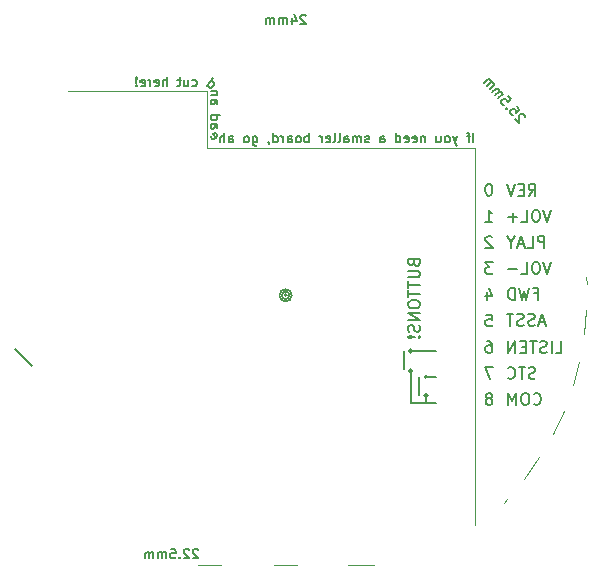
<source format=gbo>
%TF.GenerationSoftware,KiCad,Pcbnew,8.0.9-8.0.9-0~ubuntu20.04.1*%
%TF.CreationDate,2025-05-20T18:40:30+02:00*%
%TF.ProjectId,tobo,746f626f-2e6b-4696-9361-645f70636258,rev?*%
%TF.SameCoordinates,Original*%
%TF.FileFunction,Legend,Bot*%
%TF.FilePolarity,Positive*%
%FSLAX46Y46*%
G04 Gerber Fmt 4.6, Leading zero omitted, Abs format (unit mm)*
G04 Created by KiCad (PCBNEW 8.0.9-8.0.9-0~ubuntu20.04.1) date 2025-05-20 18:40:30*
%MOMM*%
%LPD*%
G01*
G04 APERTURE LIST*
%ADD10C,0.212158*%
%ADD11C,0.150000*%
%ADD12C,0.100000*%
%ADD13C,0.212522*%
%ADD14C,0.202158*%
%ADD15C,0.200000*%
%ADD16C,0.180000*%
G04 APERTURE END LIST*
D10*
X151988921Y-98500000D02*
G75*
G02*
X151776763Y-98500000I-106079J0D01*
G01*
X151776763Y-98500000D02*
G75*
G02*
X151988921Y-98500000I106079J0D01*
G01*
D11*
X151300000Y-98450000D02*
X151300000Y-96900000D01*
D12*
X165480000Y-89000000D02*
X165460000Y-88460000D01*
X133370000Y-77488125D02*
X156002500Y-77500000D01*
X133370000Y-77488125D02*
X133370000Y-72711874D01*
X132600000Y-112800000D02*
X134570000Y-112800000D01*
D11*
X140322490Y-90000000D02*
G75*
G02*
X139677510Y-90000000I-322490J0D01*
G01*
X139677510Y-90000000D02*
G75*
G02*
X140322490Y-90000000I322490J0D01*
G01*
D12*
X138979106Y-112799718D02*
X140930000Y-112800283D01*
D11*
X117110000Y-94570000D02*
X118540000Y-96000000D01*
D12*
X160210000Y-105545000D02*
X161490000Y-103715000D01*
X165280000Y-93310000D02*
X165460000Y-91280000D01*
X156000000Y-109480000D02*
X156002500Y-77500000D01*
X145290000Y-112800000D02*
X147450000Y-112800000D01*
D13*
X150689103Y-94700000D02*
G75*
G02*
X150476581Y-94700000I-106261J0D01*
G01*
X150476581Y-94700000D02*
G75*
G02*
X150689103Y-94700000I106261J0D01*
G01*
D11*
X140094868Y-90000000D02*
G75*
G02*
X139905132Y-90000000I-94868J0D01*
G01*
X139905132Y-90000000D02*
G75*
G02*
X140094868Y-90000000I94868J0D01*
G01*
D12*
X164340000Y-97590000D02*
X164860000Y-95630000D01*
D11*
X140519711Y-90000000D02*
G75*
G02*
X139480289Y-90000000I-519711J0D01*
G01*
X139480289Y-90000000D02*
G75*
G02*
X140519711Y-90000000I519711J0D01*
G01*
X152700000Y-94700000D02*
X150600000Y-94700000D01*
X150000000Y-96275000D02*
X150000000Y-94725000D01*
X152700000Y-99100000D02*
X150600000Y-99100000D01*
D12*
X162640000Y-101740000D02*
X163550000Y-99770000D01*
X158480000Y-107570000D02*
X158770000Y-107260000D01*
X121544999Y-72710000D02*
X133370000Y-72711874D01*
D11*
X150600000Y-99100000D02*
X150600000Y-96400000D01*
D13*
X150689103Y-96400000D02*
G75*
G02*
X150476581Y-96400000I-106261J0D01*
G01*
X150476581Y-96400000D02*
G75*
G02*
X150689103Y-96400000I106261J0D01*
G01*
D14*
X151983921Y-96900000D02*
G75*
G02*
X151781763Y-96900000I-101079J0D01*
G01*
X151781763Y-96900000D02*
G75*
G02*
X151983921Y-96900000I101079J0D01*
G01*
D11*
X151900000Y-99100000D02*
X151900000Y-98500000D01*
X152700000Y-96900000D02*
X151900000Y-96900000D01*
D15*
X157493482Y-85091027D02*
X157445863Y-85043408D01*
X157445863Y-85043408D02*
X157350625Y-84995789D01*
X157350625Y-84995789D02*
X157112530Y-84995789D01*
X157112530Y-84995789D02*
X157017292Y-85043408D01*
X157017292Y-85043408D02*
X156969673Y-85091027D01*
X156969673Y-85091027D02*
X156922054Y-85186265D01*
X156922054Y-85186265D02*
X156922054Y-85281503D01*
X156922054Y-85281503D02*
X156969673Y-85424360D01*
X156969673Y-85424360D02*
X157541101Y-85995789D01*
X157541101Y-85995789D02*
X156922054Y-85995789D01*
X160583959Y-81567219D02*
X160917292Y-81091028D01*
X161155387Y-81567219D02*
X161155387Y-80567219D01*
X161155387Y-80567219D02*
X160774435Y-80567219D01*
X160774435Y-80567219D02*
X160679197Y-80614838D01*
X160679197Y-80614838D02*
X160631578Y-80662457D01*
X160631578Y-80662457D02*
X160583959Y-80757695D01*
X160583959Y-80757695D02*
X160583959Y-80900552D01*
X160583959Y-80900552D02*
X160631578Y-80995790D01*
X160631578Y-80995790D02*
X160679197Y-81043409D01*
X160679197Y-81043409D02*
X160774435Y-81091028D01*
X160774435Y-81091028D02*
X161155387Y-81091028D01*
X160155387Y-81043409D02*
X159822054Y-81043409D01*
X159679197Y-81567219D02*
X160155387Y-81567219D01*
X160155387Y-81567219D02*
X160155387Y-80567219D01*
X160155387Y-80567219D02*
X159679197Y-80567219D01*
X159393482Y-80567219D02*
X159060149Y-81567219D01*
X159060149Y-81567219D02*
X158726816Y-80567219D01*
X161155387Y-97019600D02*
X161012530Y-97067219D01*
X161012530Y-97067219D02*
X160774435Y-97067219D01*
X160774435Y-97067219D02*
X160679197Y-97019600D01*
X160679197Y-97019600D02*
X160631578Y-96971980D01*
X160631578Y-96971980D02*
X160583959Y-96876742D01*
X160583959Y-96876742D02*
X160583959Y-96781504D01*
X160583959Y-96781504D02*
X160631578Y-96686266D01*
X160631578Y-96686266D02*
X160679197Y-96638647D01*
X160679197Y-96638647D02*
X160774435Y-96591028D01*
X160774435Y-96591028D02*
X160964911Y-96543409D01*
X160964911Y-96543409D02*
X161060149Y-96495790D01*
X161060149Y-96495790D02*
X161107768Y-96448171D01*
X161107768Y-96448171D02*
X161155387Y-96352933D01*
X161155387Y-96352933D02*
X161155387Y-96257695D01*
X161155387Y-96257695D02*
X161107768Y-96162457D01*
X161107768Y-96162457D02*
X161060149Y-96114838D01*
X161060149Y-96114838D02*
X160964911Y-96067219D01*
X160964911Y-96067219D02*
X160726816Y-96067219D01*
X160726816Y-96067219D02*
X160583959Y-96114838D01*
X160298244Y-96067219D02*
X159726816Y-96067219D01*
X160012530Y-97067219D02*
X160012530Y-96067219D01*
X158822054Y-96971980D02*
X158869673Y-97019600D01*
X158869673Y-97019600D02*
X159012530Y-97067219D01*
X159012530Y-97067219D02*
X159107768Y-97067219D01*
X159107768Y-97067219D02*
X159250625Y-97019600D01*
X159250625Y-97019600D02*
X159345863Y-96924361D01*
X159345863Y-96924361D02*
X159393482Y-96829123D01*
X159393482Y-96829123D02*
X159441101Y-96638647D01*
X159441101Y-96638647D02*
X159441101Y-96495790D01*
X159441101Y-96495790D02*
X159393482Y-96305314D01*
X159393482Y-96305314D02*
X159345863Y-96210076D01*
X159345863Y-96210076D02*
X159250625Y-96114838D01*
X159250625Y-96114838D02*
X159107768Y-96067219D01*
X159107768Y-96067219D02*
X159012530Y-96067219D01*
X159012530Y-96067219D02*
X158869673Y-96114838D01*
X158869673Y-96114838D02*
X158822054Y-96162457D01*
X157327563Y-98703357D02*
X157422801Y-98655738D01*
X157422801Y-98655738D02*
X157470420Y-98608119D01*
X157470420Y-98608119D02*
X157518039Y-98512881D01*
X157518039Y-98512881D02*
X157518039Y-98465262D01*
X157518039Y-98465262D02*
X157470420Y-98370024D01*
X157470420Y-98370024D02*
X157422801Y-98322405D01*
X157422801Y-98322405D02*
X157327563Y-98274786D01*
X157327563Y-98274786D02*
X157137087Y-98274786D01*
X157137087Y-98274786D02*
X157041849Y-98322405D01*
X157041849Y-98322405D02*
X156994230Y-98370024D01*
X156994230Y-98370024D02*
X156946611Y-98465262D01*
X156946611Y-98465262D02*
X156946611Y-98512881D01*
X156946611Y-98512881D02*
X156994230Y-98608119D01*
X156994230Y-98608119D02*
X157041849Y-98655738D01*
X157041849Y-98655738D02*
X157137087Y-98703357D01*
X157137087Y-98703357D02*
X157327563Y-98703357D01*
X157327563Y-98703357D02*
X157422801Y-98750976D01*
X157422801Y-98750976D02*
X157470420Y-98798595D01*
X157470420Y-98798595D02*
X157518039Y-98893833D01*
X157518039Y-98893833D02*
X157518039Y-99084309D01*
X157518039Y-99084309D02*
X157470420Y-99179547D01*
X157470420Y-99179547D02*
X157422801Y-99227167D01*
X157422801Y-99227167D02*
X157327563Y-99274786D01*
X157327563Y-99274786D02*
X157137087Y-99274786D01*
X157137087Y-99274786D02*
X157041849Y-99227167D01*
X157041849Y-99227167D02*
X156994230Y-99179547D01*
X156994230Y-99179547D02*
X156946611Y-99084309D01*
X156946611Y-99084309D02*
X156946611Y-98893833D01*
X156946611Y-98893833D02*
X156994230Y-98798595D01*
X156994230Y-98798595D02*
X157041849Y-98750976D01*
X157041849Y-98750976D02*
X157137087Y-98703357D01*
X157255387Y-80567219D02*
X157160149Y-80567219D01*
X157160149Y-80567219D02*
X157064911Y-80614838D01*
X157064911Y-80614838D02*
X157017292Y-80662457D01*
X157017292Y-80662457D02*
X156969673Y-80757695D01*
X156969673Y-80757695D02*
X156922054Y-80948171D01*
X156922054Y-80948171D02*
X156922054Y-81186266D01*
X156922054Y-81186266D02*
X156969673Y-81376742D01*
X156969673Y-81376742D02*
X157017292Y-81471980D01*
X157017292Y-81471980D02*
X157064911Y-81519600D01*
X157064911Y-81519600D02*
X157160149Y-81567219D01*
X157160149Y-81567219D02*
X157255387Y-81567219D01*
X157255387Y-81567219D02*
X157350625Y-81519600D01*
X157350625Y-81519600D02*
X157398244Y-81471980D01*
X157398244Y-81471980D02*
X157445863Y-81376742D01*
X157445863Y-81376742D02*
X157493482Y-81186266D01*
X157493482Y-81186266D02*
X157493482Y-80948171D01*
X157493482Y-80948171D02*
X157445863Y-80757695D01*
X157445863Y-80757695D02*
X157398244Y-80662457D01*
X157398244Y-80662457D02*
X157350625Y-80614838D01*
X157350625Y-80614838D02*
X157255387Y-80567219D01*
X156969673Y-91638644D02*
X157445863Y-91638644D01*
X157445863Y-91638644D02*
X157493482Y-92114834D01*
X157493482Y-92114834D02*
X157445863Y-92067215D01*
X157445863Y-92067215D02*
X157350625Y-92019596D01*
X157350625Y-92019596D02*
X157112530Y-92019596D01*
X157112530Y-92019596D02*
X157017292Y-92067215D01*
X157017292Y-92067215D02*
X156969673Y-92114834D01*
X156969673Y-92114834D02*
X156922054Y-92210072D01*
X156922054Y-92210072D02*
X156922054Y-92448167D01*
X156922054Y-92448167D02*
X156969673Y-92543405D01*
X156969673Y-92543405D02*
X157017292Y-92591025D01*
X157017292Y-92591025D02*
X157112530Y-92638644D01*
X157112530Y-92638644D02*
X157350625Y-92638644D01*
X157350625Y-92638644D02*
X157445863Y-92591025D01*
X157445863Y-92591025D02*
X157493482Y-92543405D01*
X161964911Y-92281504D02*
X161488721Y-92281504D01*
X162060149Y-92567219D02*
X161726816Y-91567219D01*
X161726816Y-91567219D02*
X161393483Y-92567219D01*
X161107768Y-92519600D02*
X160964911Y-92567219D01*
X160964911Y-92567219D02*
X160726816Y-92567219D01*
X160726816Y-92567219D02*
X160631578Y-92519600D01*
X160631578Y-92519600D02*
X160583959Y-92471980D01*
X160583959Y-92471980D02*
X160536340Y-92376742D01*
X160536340Y-92376742D02*
X160536340Y-92281504D01*
X160536340Y-92281504D02*
X160583959Y-92186266D01*
X160583959Y-92186266D02*
X160631578Y-92138647D01*
X160631578Y-92138647D02*
X160726816Y-92091028D01*
X160726816Y-92091028D02*
X160917292Y-92043409D01*
X160917292Y-92043409D02*
X161012530Y-91995790D01*
X161012530Y-91995790D02*
X161060149Y-91948171D01*
X161060149Y-91948171D02*
X161107768Y-91852933D01*
X161107768Y-91852933D02*
X161107768Y-91757695D01*
X161107768Y-91757695D02*
X161060149Y-91662457D01*
X161060149Y-91662457D02*
X161012530Y-91614838D01*
X161012530Y-91614838D02*
X160917292Y-91567219D01*
X160917292Y-91567219D02*
X160679197Y-91567219D01*
X160679197Y-91567219D02*
X160536340Y-91614838D01*
X160155387Y-92519600D02*
X160012530Y-92567219D01*
X160012530Y-92567219D02*
X159774435Y-92567219D01*
X159774435Y-92567219D02*
X159679197Y-92519600D01*
X159679197Y-92519600D02*
X159631578Y-92471980D01*
X159631578Y-92471980D02*
X159583959Y-92376742D01*
X159583959Y-92376742D02*
X159583959Y-92281504D01*
X159583959Y-92281504D02*
X159631578Y-92186266D01*
X159631578Y-92186266D02*
X159679197Y-92138647D01*
X159679197Y-92138647D02*
X159774435Y-92091028D01*
X159774435Y-92091028D02*
X159964911Y-92043409D01*
X159964911Y-92043409D02*
X160060149Y-91995790D01*
X160060149Y-91995790D02*
X160107768Y-91948171D01*
X160107768Y-91948171D02*
X160155387Y-91852933D01*
X160155387Y-91852933D02*
X160155387Y-91757695D01*
X160155387Y-91757695D02*
X160107768Y-91662457D01*
X160107768Y-91662457D02*
X160060149Y-91614838D01*
X160060149Y-91614838D02*
X159964911Y-91567219D01*
X159964911Y-91567219D02*
X159726816Y-91567219D01*
X159726816Y-91567219D02*
X159583959Y-91614838D01*
X159298244Y-91567219D02*
X158726816Y-91567219D01*
X159012530Y-92567219D02*
X159012530Y-91567219D01*
X162869673Y-94867219D02*
X163345863Y-94867219D01*
X163345863Y-94867219D02*
X163345863Y-93867219D01*
X162536339Y-94867219D02*
X162536339Y-93867219D01*
X162107768Y-94819600D02*
X161964911Y-94867219D01*
X161964911Y-94867219D02*
X161726816Y-94867219D01*
X161726816Y-94867219D02*
X161631578Y-94819600D01*
X161631578Y-94819600D02*
X161583959Y-94771980D01*
X161583959Y-94771980D02*
X161536340Y-94676742D01*
X161536340Y-94676742D02*
X161536340Y-94581504D01*
X161536340Y-94581504D02*
X161583959Y-94486266D01*
X161583959Y-94486266D02*
X161631578Y-94438647D01*
X161631578Y-94438647D02*
X161726816Y-94391028D01*
X161726816Y-94391028D02*
X161917292Y-94343409D01*
X161917292Y-94343409D02*
X162012530Y-94295790D01*
X162012530Y-94295790D02*
X162060149Y-94248171D01*
X162060149Y-94248171D02*
X162107768Y-94152933D01*
X162107768Y-94152933D02*
X162107768Y-94057695D01*
X162107768Y-94057695D02*
X162060149Y-93962457D01*
X162060149Y-93962457D02*
X162012530Y-93914838D01*
X162012530Y-93914838D02*
X161917292Y-93867219D01*
X161917292Y-93867219D02*
X161679197Y-93867219D01*
X161679197Y-93867219D02*
X161536340Y-93914838D01*
X161250625Y-93867219D02*
X160679197Y-93867219D01*
X160964911Y-94867219D02*
X160964911Y-93867219D01*
X160345863Y-94343409D02*
X160012530Y-94343409D01*
X159869673Y-94867219D02*
X160345863Y-94867219D01*
X160345863Y-94867219D02*
X160345863Y-93867219D01*
X160345863Y-93867219D02*
X159869673Y-93867219D01*
X159441101Y-94867219D02*
X159441101Y-93867219D01*
X159441101Y-93867219D02*
X158869673Y-94867219D01*
X158869673Y-94867219D02*
X158869673Y-93867219D01*
D11*
X160254063Y-74934471D02*
X160258758Y-74880801D01*
X160258758Y-74880801D02*
X160238967Y-74797949D01*
X160238967Y-74797949D02*
X160116531Y-74652036D01*
X160116531Y-74652036D02*
X160038374Y-74618157D01*
X160038374Y-74618157D02*
X159984704Y-74613462D01*
X159984704Y-74613462D02*
X159901852Y-74633254D01*
X159901852Y-74633254D02*
X159843487Y-74682228D01*
X159843487Y-74682228D02*
X159780426Y-74784872D01*
X159780426Y-74784872D02*
X159724080Y-75428910D01*
X159724080Y-75428910D02*
X159405747Y-75049535D01*
X159553326Y-73980835D02*
X159798198Y-74272661D01*
X159798198Y-74272661D02*
X159530859Y-74546715D01*
X159530859Y-74546715D02*
X159535554Y-74493045D01*
X159535554Y-74493045D02*
X159515762Y-74410193D01*
X159515762Y-74410193D02*
X159393327Y-74264280D01*
X159393327Y-74264280D02*
X159315170Y-74230402D01*
X159315170Y-74230402D02*
X159261500Y-74225706D01*
X159261500Y-74225706D02*
X159178648Y-74245498D01*
X159178648Y-74245498D02*
X159032734Y-74367933D01*
X159032734Y-74367933D02*
X158998856Y-74446090D01*
X158998856Y-74446090D02*
X158994161Y-74499760D01*
X158994161Y-74499760D02*
X159013952Y-74582613D01*
X159013952Y-74582613D02*
X159136388Y-74728526D01*
X159136388Y-74728526D02*
X159214545Y-74762404D01*
X159214545Y-74762404D02*
X159268215Y-74767099D01*
X158753985Y-74154264D02*
X158700315Y-74149568D01*
X158700315Y-74149568D02*
X158695619Y-74203238D01*
X158695619Y-74203238D02*
X158749289Y-74207934D01*
X158749289Y-74207934D02*
X158753985Y-74154264D01*
X158753985Y-74154264D02*
X158695619Y-74203238D01*
X158818712Y-73105355D02*
X159063584Y-73397182D01*
X159063584Y-73397182D02*
X158796244Y-73671236D01*
X158796244Y-73671236D02*
X158800940Y-73617566D01*
X158800940Y-73617566D02*
X158781148Y-73534714D01*
X158781148Y-73534714D02*
X158658712Y-73388800D01*
X158658712Y-73388800D02*
X158580555Y-73354922D01*
X158580555Y-73354922D02*
X158526886Y-73350227D01*
X158526886Y-73350227D02*
X158444033Y-73370018D01*
X158444033Y-73370018D02*
X158298120Y-73492454D01*
X158298120Y-73492454D02*
X158264242Y-73570611D01*
X158264242Y-73570611D02*
X158259546Y-73624281D01*
X158259546Y-73624281D02*
X158279338Y-73707133D01*
X158279338Y-73707133D02*
X158401774Y-73853047D01*
X158401774Y-73853047D02*
X158479931Y-73886925D01*
X158479931Y-73886925D02*
X158533600Y-73891620D01*
X157961005Y-73327759D02*
X158369562Y-72984939D01*
X158311197Y-73033913D02*
X158315892Y-72980243D01*
X158315892Y-72980243D02*
X158296101Y-72897391D01*
X158296101Y-72897391D02*
X158222639Y-72809843D01*
X158222639Y-72809843D02*
X158144482Y-72775965D01*
X158144482Y-72775965D02*
X158061630Y-72795756D01*
X158061630Y-72795756D02*
X157740621Y-73065115D01*
X158061630Y-72795756D02*
X158095508Y-72717599D01*
X158095508Y-72717599D02*
X158075716Y-72634747D01*
X158075716Y-72634747D02*
X158002255Y-72547199D01*
X158002255Y-72547199D02*
X157924098Y-72513321D01*
X157924098Y-72513321D02*
X157841245Y-72533113D01*
X157841245Y-72533113D02*
X157520236Y-72802471D01*
X157275365Y-72510644D02*
X157683922Y-72167824D01*
X157625556Y-72216799D02*
X157630252Y-72163129D01*
X157630252Y-72163129D02*
X157610460Y-72080276D01*
X157610460Y-72080276D02*
X157536999Y-71992729D01*
X157536999Y-71992729D02*
X157458842Y-71958850D01*
X157458842Y-71958850D02*
X157375989Y-71978642D01*
X157375989Y-71978642D02*
X157054980Y-72248001D01*
X157375989Y-71978642D02*
X157409868Y-71900485D01*
X157409868Y-71900485D02*
X157390076Y-71817633D01*
X157390076Y-71817633D02*
X157316614Y-71730085D01*
X157316614Y-71730085D02*
X157238458Y-71696207D01*
X157238458Y-71696207D02*
X157155605Y-71715998D01*
X157155605Y-71715998D02*
X156834596Y-71985357D01*
D15*
X161060149Y-89843409D02*
X161393482Y-89843409D01*
X161393482Y-90367219D02*
X161393482Y-89367219D01*
X161393482Y-89367219D02*
X160917292Y-89367219D01*
X160631577Y-89367219D02*
X160393482Y-90367219D01*
X160393482Y-90367219D02*
X160203006Y-89652933D01*
X160203006Y-89652933D02*
X160012530Y-90367219D01*
X160012530Y-90367219D02*
X159774435Y-89367219D01*
X159393482Y-90367219D02*
X159393482Y-89367219D01*
X159393482Y-89367219D02*
X159155387Y-89367219D01*
X159155387Y-89367219D02*
X159012530Y-89414838D01*
X159012530Y-89414838D02*
X158917292Y-89510076D01*
X158917292Y-89510076D02*
X158869673Y-89605314D01*
X158869673Y-89605314D02*
X158822054Y-89795790D01*
X158822054Y-89795790D02*
X158822054Y-89938647D01*
X158822054Y-89938647D02*
X158869673Y-90129123D01*
X158869673Y-90129123D02*
X158917292Y-90224361D01*
X158917292Y-90224361D02*
X159012530Y-90319600D01*
X159012530Y-90319600D02*
X159155387Y-90367219D01*
X159155387Y-90367219D02*
X159393482Y-90367219D01*
X157541101Y-96067219D02*
X156874435Y-96067219D01*
X156874435Y-96067219D02*
X157303006Y-97067219D01*
X162488720Y-87167219D02*
X162155387Y-88167219D01*
X162155387Y-88167219D02*
X161822054Y-87167219D01*
X161298244Y-87167219D02*
X161107768Y-87167219D01*
X161107768Y-87167219D02*
X161012530Y-87214838D01*
X161012530Y-87214838D02*
X160917292Y-87310076D01*
X160917292Y-87310076D02*
X160869673Y-87500552D01*
X160869673Y-87500552D02*
X160869673Y-87833885D01*
X160869673Y-87833885D02*
X160917292Y-88024361D01*
X160917292Y-88024361D02*
X161012530Y-88119600D01*
X161012530Y-88119600D02*
X161107768Y-88167219D01*
X161107768Y-88167219D02*
X161298244Y-88167219D01*
X161298244Y-88167219D02*
X161393482Y-88119600D01*
X161393482Y-88119600D02*
X161488720Y-88024361D01*
X161488720Y-88024361D02*
X161536339Y-87833885D01*
X161536339Y-87833885D02*
X161536339Y-87500552D01*
X161536339Y-87500552D02*
X161488720Y-87310076D01*
X161488720Y-87310076D02*
X161393482Y-87214838D01*
X161393482Y-87214838D02*
X161298244Y-87167219D01*
X159964911Y-88167219D02*
X160441101Y-88167219D01*
X160441101Y-88167219D02*
X160441101Y-87167219D01*
X159631577Y-87786266D02*
X158869673Y-87786266D01*
D11*
X133685704Y-75497982D02*
X134104752Y-75497982D01*
X134104752Y-75497982D02*
X134180942Y-75536077D01*
X134180942Y-75536077D02*
X134219038Y-75612268D01*
X134219038Y-75612268D02*
X134219038Y-75764649D01*
X134219038Y-75764649D02*
X134180942Y-75840839D01*
X133723800Y-75497982D02*
X133685704Y-75574173D01*
X133685704Y-75574173D02*
X133685704Y-75764649D01*
X133685704Y-75764649D02*
X133723800Y-75840839D01*
X133723800Y-75840839D02*
X133799990Y-75878935D01*
X133799990Y-75878935D02*
X133876180Y-75878935D01*
X133876180Y-75878935D02*
X133952371Y-75840839D01*
X133952371Y-75840839D02*
X133990466Y-75764649D01*
X133990466Y-75764649D02*
X133990466Y-75574173D01*
X133990466Y-75574173D02*
X134028561Y-75497982D01*
X133685704Y-74774172D02*
X134485704Y-74774172D01*
X133723800Y-74774172D02*
X133685704Y-74850363D01*
X133685704Y-74850363D02*
X133685704Y-75002744D01*
X133685704Y-75002744D02*
X133723800Y-75078934D01*
X133723800Y-75078934D02*
X133761895Y-75117029D01*
X133761895Y-75117029D02*
X133838085Y-75155125D01*
X133838085Y-75155125D02*
X134066657Y-75155125D01*
X134066657Y-75155125D02*
X134142847Y-75117029D01*
X134142847Y-75117029D02*
X134180942Y-75078934D01*
X134180942Y-75078934D02*
X134219038Y-75002744D01*
X134219038Y-75002744D02*
X134219038Y-74850363D01*
X134219038Y-74850363D02*
X134180942Y-74774172D01*
X133685704Y-73440838D02*
X134104752Y-73440838D01*
X134104752Y-73440838D02*
X134180942Y-73478933D01*
X134180942Y-73478933D02*
X134219038Y-73555124D01*
X134219038Y-73555124D02*
X134219038Y-73707505D01*
X134219038Y-73707505D02*
X134180942Y-73783695D01*
X133723800Y-73440838D02*
X133685704Y-73517029D01*
X133685704Y-73517029D02*
X133685704Y-73707505D01*
X133685704Y-73707505D02*
X133723800Y-73783695D01*
X133723800Y-73783695D02*
X133799990Y-73821791D01*
X133799990Y-73821791D02*
X133876180Y-73821791D01*
X133876180Y-73821791D02*
X133952371Y-73783695D01*
X133952371Y-73783695D02*
X133990466Y-73707505D01*
X133990466Y-73707505D02*
X133990466Y-73517029D01*
X133990466Y-73517029D02*
X134028561Y-73440838D01*
X134219038Y-73059885D02*
X133685704Y-73059885D01*
X134142847Y-73059885D02*
X134180942Y-73021790D01*
X134180942Y-73021790D02*
X134219038Y-72945600D01*
X134219038Y-72945600D02*
X134219038Y-72831314D01*
X134219038Y-72831314D02*
X134180942Y-72755123D01*
X134180942Y-72755123D02*
X134104752Y-72717028D01*
X134104752Y-72717028D02*
X133685704Y-72717028D01*
X133383792Y-72252772D02*
X133898022Y-71639936D01*
X133408279Y-72223589D02*
X133442157Y-72301746D01*
X133442157Y-72301746D02*
X133558888Y-72399695D01*
X133558888Y-72399695D02*
X133641740Y-72419487D01*
X133641740Y-72419487D02*
X133695410Y-72414791D01*
X133695410Y-72414791D02*
X133773567Y-72380913D01*
X133773567Y-72380913D02*
X133920490Y-72205817D01*
X133920490Y-72205817D02*
X133940281Y-72122965D01*
X133940281Y-72122965D02*
X133935586Y-72069295D01*
X133935586Y-72069295D02*
X133901708Y-71991138D01*
X133901708Y-71991138D02*
X133784977Y-71893189D01*
X133784977Y-71893189D02*
X133702125Y-71873398D01*
X141688935Y-66330485D02*
X141650839Y-66292390D01*
X141650839Y-66292390D02*
X141574649Y-66254295D01*
X141574649Y-66254295D02*
X141384173Y-66254295D01*
X141384173Y-66254295D02*
X141307982Y-66292390D01*
X141307982Y-66292390D02*
X141269887Y-66330485D01*
X141269887Y-66330485D02*
X141231792Y-66406676D01*
X141231792Y-66406676D02*
X141231792Y-66482866D01*
X141231792Y-66482866D02*
X141269887Y-66597152D01*
X141269887Y-66597152D02*
X141727030Y-67054295D01*
X141727030Y-67054295D02*
X141231792Y-67054295D01*
X140546077Y-66520961D02*
X140546077Y-67054295D01*
X140736553Y-66216200D02*
X140927030Y-66787628D01*
X140927030Y-66787628D02*
X140431791Y-66787628D01*
X140127029Y-67054295D02*
X140127029Y-66520961D01*
X140127029Y-66597152D02*
X140088934Y-66559057D01*
X140088934Y-66559057D02*
X140012744Y-66520961D01*
X140012744Y-66520961D02*
X139898458Y-66520961D01*
X139898458Y-66520961D02*
X139822267Y-66559057D01*
X139822267Y-66559057D02*
X139784172Y-66635247D01*
X139784172Y-66635247D02*
X139784172Y-67054295D01*
X139784172Y-66635247D02*
X139746077Y-66559057D01*
X139746077Y-66559057D02*
X139669886Y-66520961D01*
X139669886Y-66520961D02*
X139555601Y-66520961D01*
X139555601Y-66520961D02*
X139479410Y-66559057D01*
X139479410Y-66559057D02*
X139441315Y-66635247D01*
X139441315Y-66635247D02*
X139441315Y-67054295D01*
X139060362Y-67054295D02*
X139060362Y-66520961D01*
X139060362Y-66597152D02*
X139022267Y-66559057D01*
X139022267Y-66559057D02*
X138946077Y-66520961D01*
X138946077Y-66520961D02*
X138831791Y-66520961D01*
X138831791Y-66520961D02*
X138755600Y-66559057D01*
X138755600Y-66559057D02*
X138717505Y-66635247D01*
X138717505Y-66635247D02*
X138717505Y-67054295D01*
X138717505Y-66635247D02*
X138679410Y-66559057D01*
X138679410Y-66559057D02*
X138603219Y-66520961D01*
X138603219Y-66520961D02*
X138488934Y-66520961D01*
X138488934Y-66520961D02*
X138412743Y-66559057D01*
X138412743Y-66559057D02*
X138374648Y-66635247D01*
X138374648Y-66635247D02*
X138374648Y-67054295D01*
D15*
X157017292Y-93852929D02*
X157207768Y-93852929D01*
X157207768Y-93852929D02*
X157303006Y-93900548D01*
X157303006Y-93900548D02*
X157350625Y-93948167D01*
X157350625Y-93948167D02*
X157445863Y-94091024D01*
X157445863Y-94091024D02*
X157493482Y-94281500D01*
X157493482Y-94281500D02*
X157493482Y-94662452D01*
X157493482Y-94662452D02*
X157445863Y-94757690D01*
X157445863Y-94757690D02*
X157398244Y-94805310D01*
X157398244Y-94805310D02*
X157303006Y-94852929D01*
X157303006Y-94852929D02*
X157112530Y-94852929D01*
X157112530Y-94852929D02*
X157017292Y-94805310D01*
X157017292Y-94805310D02*
X156969673Y-94757690D01*
X156969673Y-94757690D02*
X156922054Y-94662452D01*
X156922054Y-94662452D02*
X156922054Y-94424357D01*
X156922054Y-94424357D02*
X156969673Y-94329119D01*
X156969673Y-94329119D02*
X157017292Y-94281500D01*
X157017292Y-94281500D02*
X157112530Y-94233881D01*
X157112530Y-94233881D02*
X157303006Y-94233881D01*
X157303006Y-94233881D02*
X157398244Y-94281500D01*
X157398244Y-94281500D02*
X157445863Y-94329119D01*
X157445863Y-94329119D02*
X157493482Y-94424357D01*
X161012530Y-99171980D02*
X161060149Y-99219600D01*
X161060149Y-99219600D02*
X161203006Y-99267219D01*
X161203006Y-99267219D02*
X161298244Y-99267219D01*
X161298244Y-99267219D02*
X161441101Y-99219600D01*
X161441101Y-99219600D02*
X161536339Y-99124361D01*
X161536339Y-99124361D02*
X161583958Y-99029123D01*
X161583958Y-99029123D02*
X161631577Y-98838647D01*
X161631577Y-98838647D02*
X161631577Y-98695790D01*
X161631577Y-98695790D02*
X161583958Y-98505314D01*
X161583958Y-98505314D02*
X161536339Y-98410076D01*
X161536339Y-98410076D02*
X161441101Y-98314838D01*
X161441101Y-98314838D02*
X161298244Y-98267219D01*
X161298244Y-98267219D02*
X161203006Y-98267219D01*
X161203006Y-98267219D02*
X161060149Y-98314838D01*
X161060149Y-98314838D02*
X161012530Y-98362457D01*
X160393482Y-98267219D02*
X160203006Y-98267219D01*
X160203006Y-98267219D02*
X160107768Y-98314838D01*
X160107768Y-98314838D02*
X160012530Y-98410076D01*
X160012530Y-98410076D02*
X159964911Y-98600552D01*
X159964911Y-98600552D02*
X159964911Y-98933885D01*
X159964911Y-98933885D02*
X160012530Y-99124361D01*
X160012530Y-99124361D02*
X160107768Y-99219600D01*
X160107768Y-99219600D02*
X160203006Y-99267219D01*
X160203006Y-99267219D02*
X160393482Y-99267219D01*
X160393482Y-99267219D02*
X160488720Y-99219600D01*
X160488720Y-99219600D02*
X160583958Y-99124361D01*
X160583958Y-99124361D02*
X160631577Y-98933885D01*
X160631577Y-98933885D02*
X160631577Y-98600552D01*
X160631577Y-98600552D02*
X160583958Y-98410076D01*
X160583958Y-98410076D02*
X160488720Y-98314838D01*
X160488720Y-98314838D02*
X160393482Y-98267219D01*
X159536339Y-99267219D02*
X159536339Y-98267219D01*
X159536339Y-98267219D02*
X159203006Y-98981504D01*
X159203006Y-98981504D02*
X158869673Y-98267219D01*
X158869673Y-98267219D02*
X158869673Y-99267219D01*
X156922054Y-83781504D02*
X157493482Y-83781504D01*
X157207768Y-83781504D02*
X157207768Y-82781504D01*
X157207768Y-82781504D02*
X157303006Y-82924361D01*
X157303006Y-82924361D02*
X157398244Y-83019599D01*
X157398244Y-83019599D02*
X157493482Y-83067218D01*
D11*
X132097982Y-72256200D02*
X132174173Y-72294295D01*
X132174173Y-72294295D02*
X132326554Y-72294295D01*
X132326554Y-72294295D02*
X132402744Y-72256200D01*
X132402744Y-72256200D02*
X132440839Y-72218104D01*
X132440839Y-72218104D02*
X132478935Y-72141914D01*
X132478935Y-72141914D02*
X132478935Y-71913342D01*
X132478935Y-71913342D02*
X132440839Y-71837152D01*
X132440839Y-71837152D02*
X132402744Y-71799057D01*
X132402744Y-71799057D02*
X132326554Y-71760961D01*
X132326554Y-71760961D02*
X132174173Y-71760961D01*
X132174173Y-71760961D02*
X132097982Y-71799057D01*
X131412268Y-71760961D02*
X131412268Y-72294295D01*
X131755125Y-71760961D02*
X131755125Y-72180009D01*
X131755125Y-72180009D02*
X131717030Y-72256200D01*
X131717030Y-72256200D02*
X131640840Y-72294295D01*
X131640840Y-72294295D02*
X131526554Y-72294295D01*
X131526554Y-72294295D02*
X131450363Y-72256200D01*
X131450363Y-72256200D02*
X131412268Y-72218104D01*
X131145601Y-71760961D02*
X130840839Y-71760961D01*
X131031315Y-71494295D02*
X131031315Y-72180009D01*
X131031315Y-72180009D02*
X130993220Y-72256200D01*
X130993220Y-72256200D02*
X130917030Y-72294295D01*
X130917030Y-72294295D02*
X130840839Y-72294295D01*
X129964648Y-72294295D02*
X129964648Y-71494295D01*
X129621791Y-72294295D02*
X129621791Y-71875247D01*
X129621791Y-71875247D02*
X129659886Y-71799057D01*
X129659886Y-71799057D02*
X129736077Y-71760961D01*
X129736077Y-71760961D02*
X129850363Y-71760961D01*
X129850363Y-71760961D02*
X129926553Y-71799057D01*
X129926553Y-71799057D02*
X129964648Y-71837152D01*
X128936076Y-72256200D02*
X129012267Y-72294295D01*
X129012267Y-72294295D02*
X129164648Y-72294295D01*
X129164648Y-72294295D02*
X129240838Y-72256200D01*
X129240838Y-72256200D02*
X129278934Y-72180009D01*
X129278934Y-72180009D02*
X129278934Y-71875247D01*
X129278934Y-71875247D02*
X129240838Y-71799057D01*
X129240838Y-71799057D02*
X129164648Y-71760961D01*
X129164648Y-71760961D02*
X129012267Y-71760961D01*
X129012267Y-71760961D02*
X128936076Y-71799057D01*
X128936076Y-71799057D02*
X128897981Y-71875247D01*
X128897981Y-71875247D02*
X128897981Y-71951438D01*
X128897981Y-71951438D02*
X129278934Y-72027628D01*
X128555124Y-72294295D02*
X128555124Y-71760961D01*
X128555124Y-71913342D02*
X128517029Y-71837152D01*
X128517029Y-71837152D02*
X128478934Y-71799057D01*
X128478934Y-71799057D02*
X128402743Y-71760961D01*
X128402743Y-71760961D02*
X128326553Y-71760961D01*
X127755124Y-72256200D02*
X127831315Y-72294295D01*
X127831315Y-72294295D02*
X127983696Y-72294295D01*
X127983696Y-72294295D02*
X128059886Y-72256200D01*
X128059886Y-72256200D02*
X128097982Y-72180009D01*
X128097982Y-72180009D02*
X128097982Y-71875247D01*
X128097982Y-71875247D02*
X128059886Y-71799057D01*
X128059886Y-71799057D02*
X127983696Y-71760961D01*
X127983696Y-71760961D02*
X127831315Y-71760961D01*
X127831315Y-71760961D02*
X127755124Y-71799057D01*
X127755124Y-71799057D02*
X127717029Y-71875247D01*
X127717029Y-71875247D02*
X127717029Y-71951438D01*
X127717029Y-71951438D02*
X128097982Y-72027628D01*
X127374172Y-72218104D02*
X127336077Y-72256200D01*
X127336077Y-72256200D02*
X127374172Y-72294295D01*
X127374172Y-72294295D02*
X127412268Y-72256200D01*
X127412268Y-72256200D02*
X127374172Y-72218104D01*
X127374172Y-72218104D02*
X127374172Y-72294295D01*
X127374172Y-71989533D02*
X127412268Y-71532390D01*
X127412268Y-71532390D02*
X127374172Y-71494295D01*
X127374172Y-71494295D02*
X127336077Y-71532390D01*
X127336077Y-71532390D02*
X127374172Y-71989533D01*
X127374172Y-71989533D02*
X127374172Y-71494295D01*
D15*
X161917292Y-85967219D02*
X161917292Y-84967219D01*
X161917292Y-84967219D02*
X161536340Y-84967219D01*
X161536340Y-84967219D02*
X161441102Y-85014838D01*
X161441102Y-85014838D02*
X161393483Y-85062457D01*
X161393483Y-85062457D02*
X161345864Y-85157695D01*
X161345864Y-85157695D02*
X161345864Y-85300552D01*
X161345864Y-85300552D02*
X161393483Y-85395790D01*
X161393483Y-85395790D02*
X161441102Y-85443409D01*
X161441102Y-85443409D02*
X161536340Y-85491028D01*
X161536340Y-85491028D02*
X161917292Y-85491028D01*
X160441102Y-85967219D02*
X160917292Y-85967219D01*
X160917292Y-85967219D02*
X160917292Y-84967219D01*
X160155387Y-85681504D02*
X159679197Y-85681504D01*
X160250625Y-85967219D02*
X159917292Y-84967219D01*
X159917292Y-84967219D02*
X159583959Y-85967219D01*
X159060149Y-85491028D02*
X159060149Y-85967219D01*
X159393482Y-84967219D02*
X159060149Y-85491028D01*
X159060149Y-85491028D02*
X158726816Y-84967219D01*
X157017292Y-89757692D02*
X157017292Y-90424359D01*
X157255387Y-89376740D02*
X157493482Y-90091025D01*
X157493482Y-90091025D02*
X156874435Y-90091025D01*
X162488720Y-82767219D02*
X162155387Y-83767219D01*
X162155387Y-83767219D02*
X161822054Y-82767219D01*
X161298244Y-82767219D02*
X161107768Y-82767219D01*
X161107768Y-82767219D02*
X161012530Y-82814838D01*
X161012530Y-82814838D02*
X160917292Y-82910076D01*
X160917292Y-82910076D02*
X160869673Y-83100552D01*
X160869673Y-83100552D02*
X160869673Y-83433885D01*
X160869673Y-83433885D02*
X160917292Y-83624361D01*
X160917292Y-83624361D02*
X161012530Y-83719600D01*
X161012530Y-83719600D02*
X161107768Y-83767219D01*
X161107768Y-83767219D02*
X161298244Y-83767219D01*
X161298244Y-83767219D02*
X161393482Y-83719600D01*
X161393482Y-83719600D02*
X161488720Y-83624361D01*
X161488720Y-83624361D02*
X161536339Y-83433885D01*
X161536339Y-83433885D02*
X161536339Y-83100552D01*
X161536339Y-83100552D02*
X161488720Y-82910076D01*
X161488720Y-82910076D02*
X161393482Y-82814838D01*
X161393482Y-82814838D02*
X161298244Y-82767219D01*
X159964911Y-83767219D02*
X160441101Y-83767219D01*
X160441101Y-83767219D02*
X160441101Y-82767219D01*
X159631577Y-83386266D02*
X158869673Y-83386266D01*
X159250625Y-83767219D02*
X159250625Y-83005314D01*
D16*
X150856068Y-87241388D02*
X150903687Y-87384245D01*
X150903687Y-87384245D02*
X150951306Y-87431864D01*
X150951306Y-87431864D02*
X151046544Y-87479483D01*
X151046544Y-87479483D02*
X151189401Y-87479483D01*
X151189401Y-87479483D02*
X151284639Y-87431864D01*
X151284639Y-87431864D02*
X151332259Y-87384245D01*
X151332259Y-87384245D02*
X151379878Y-87289007D01*
X151379878Y-87289007D02*
X151379878Y-86908055D01*
X151379878Y-86908055D02*
X150379878Y-86908055D01*
X150379878Y-86908055D02*
X150379878Y-87241388D01*
X150379878Y-87241388D02*
X150427497Y-87336626D01*
X150427497Y-87336626D02*
X150475116Y-87384245D01*
X150475116Y-87384245D02*
X150570354Y-87431864D01*
X150570354Y-87431864D02*
X150665592Y-87431864D01*
X150665592Y-87431864D02*
X150760830Y-87384245D01*
X150760830Y-87384245D02*
X150808449Y-87336626D01*
X150808449Y-87336626D02*
X150856068Y-87241388D01*
X150856068Y-87241388D02*
X150856068Y-86908055D01*
X150379878Y-87908055D02*
X151189401Y-87908055D01*
X151189401Y-87908055D02*
X151284639Y-87955674D01*
X151284639Y-87955674D02*
X151332259Y-88003293D01*
X151332259Y-88003293D02*
X151379878Y-88098531D01*
X151379878Y-88098531D02*
X151379878Y-88289007D01*
X151379878Y-88289007D02*
X151332259Y-88384245D01*
X151332259Y-88384245D02*
X151284639Y-88431864D01*
X151284639Y-88431864D02*
X151189401Y-88479483D01*
X151189401Y-88479483D02*
X150379878Y-88479483D01*
X150379878Y-88812817D02*
X150379878Y-89384245D01*
X151379878Y-89098531D02*
X150379878Y-89098531D01*
X150379878Y-89574722D02*
X150379878Y-90146150D01*
X151379878Y-89860436D02*
X150379878Y-89860436D01*
X150379878Y-90669960D02*
X150379878Y-90860436D01*
X150379878Y-90860436D02*
X150427497Y-90955674D01*
X150427497Y-90955674D02*
X150522735Y-91050912D01*
X150522735Y-91050912D02*
X150713211Y-91098531D01*
X150713211Y-91098531D02*
X151046544Y-91098531D01*
X151046544Y-91098531D02*
X151237020Y-91050912D01*
X151237020Y-91050912D02*
X151332259Y-90955674D01*
X151332259Y-90955674D02*
X151379878Y-90860436D01*
X151379878Y-90860436D02*
X151379878Y-90669960D01*
X151379878Y-90669960D02*
X151332259Y-90574722D01*
X151332259Y-90574722D02*
X151237020Y-90479484D01*
X151237020Y-90479484D02*
X151046544Y-90431865D01*
X151046544Y-90431865D02*
X150713211Y-90431865D01*
X150713211Y-90431865D02*
X150522735Y-90479484D01*
X150522735Y-90479484D02*
X150427497Y-90574722D01*
X150427497Y-90574722D02*
X150379878Y-90669960D01*
X151379878Y-91527103D02*
X150379878Y-91527103D01*
X150379878Y-91527103D02*
X151379878Y-92098531D01*
X151379878Y-92098531D02*
X150379878Y-92098531D01*
X151332259Y-92527103D02*
X151379878Y-92669960D01*
X151379878Y-92669960D02*
X151379878Y-92908055D01*
X151379878Y-92908055D02*
X151332259Y-93003293D01*
X151332259Y-93003293D02*
X151284639Y-93050912D01*
X151284639Y-93050912D02*
X151189401Y-93098531D01*
X151189401Y-93098531D02*
X151094163Y-93098531D01*
X151094163Y-93098531D02*
X150998925Y-93050912D01*
X150998925Y-93050912D02*
X150951306Y-93003293D01*
X150951306Y-93003293D02*
X150903687Y-92908055D01*
X150903687Y-92908055D02*
X150856068Y-92717579D01*
X150856068Y-92717579D02*
X150808449Y-92622341D01*
X150808449Y-92622341D02*
X150760830Y-92574722D01*
X150760830Y-92574722D02*
X150665592Y-92527103D01*
X150665592Y-92527103D02*
X150570354Y-92527103D01*
X150570354Y-92527103D02*
X150475116Y-92574722D01*
X150475116Y-92574722D02*
X150427497Y-92622341D01*
X150427497Y-92622341D02*
X150379878Y-92717579D01*
X150379878Y-92717579D02*
X150379878Y-92955674D01*
X150379878Y-92955674D02*
X150427497Y-93098531D01*
X151284639Y-93527103D02*
X151332259Y-93574722D01*
X151332259Y-93574722D02*
X151379878Y-93527103D01*
X151379878Y-93527103D02*
X151332259Y-93479484D01*
X151332259Y-93479484D02*
X151284639Y-93527103D01*
X151284639Y-93527103D02*
X151379878Y-93527103D01*
X150998925Y-93527103D02*
X150427497Y-93479484D01*
X150427497Y-93479484D02*
X150379878Y-93527103D01*
X150379878Y-93527103D02*
X150427497Y-93574722D01*
X150427497Y-93574722D02*
X150998925Y-93527103D01*
X150998925Y-93527103D02*
X150379878Y-93527103D01*
D11*
X133688391Y-76532596D02*
X133708183Y-76615448D01*
X133708183Y-76615448D02*
X133806131Y-76732179D01*
X133806131Y-76732179D02*
X133884288Y-76766057D01*
X133884288Y-76766057D02*
X133967141Y-76746265D01*
X133967141Y-76746265D02*
X134200602Y-76550368D01*
X134200602Y-76550368D02*
X134234480Y-76472211D01*
X134234480Y-76472211D02*
X134214688Y-76389359D01*
X134214688Y-76389359D02*
X134116740Y-76272628D01*
X134116740Y-76272628D02*
X134038583Y-76238750D01*
X134038583Y-76238750D02*
X133955730Y-76258542D01*
X133955730Y-76258542D02*
X133897365Y-76307516D01*
X133897365Y-76307516D02*
X134083871Y-76648317D01*
X132588935Y-111550485D02*
X132550839Y-111512390D01*
X132550839Y-111512390D02*
X132474649Y-111474295D01*
X132474649Y-111474295D02*
X132284173Y-111474295D01*
X132284173Y-111474295D02*
X132207982Y-111512390D01*
X132207982Y-111512390D02*
X132169887Y-111550485D01*
X132169887Y-111550485D02*
X132131792Y-111626676D01*
X132131792Y-111626676D02*
X132131792Y-111702866D01*
X132131792Y-111702866D02*
X132169887Y-111817152D01*
X132169887Y-111817152D02*
X132627030Y-112274295D01*
X132627030Y-112274295D02*
X132131792Y-112274295D01*
X131827030Y-111550485D02*
X131788934Y-111512390D01*
X131788934Y-111512390D02*
X131712744Y-111474295D01*
X131712744Y-111474295D02*
X131522268Y-111474295D01*
X131522268Y-111474295D02*
X131446077Y-111512390D01*
X131446077Y-111512390D02*
X131407982Y-111550485D01*
X131407982Y-111550485D02*
X131369887Y-111626676D01*
X131369887Y-111626676D02*
X131369887Y-111702866D01*
X131369887Y-111702866D02*
X131407982Y-111817152D01*
X131407982Y-111817152D02*
X131865125Y-112274295D01*
X131865125Y-112274295D02*
X131369887Y-112274295D01*
X131027029Y-112198104D02*
X130988934Y-112236200D01*
X130988934Y-112236200D02*
X131027029Y-112274295D01*
X131027029Y-112274295D02*
X131065125Y-112236200D01*
X131065125Y-112236200D02*
X131027029Y-112198104D01*
X131027029Y-112198104D02*
X131027029Y-112274295D01*
X130265125Y-111474295D02*
X130646077Y-111474295D01*
X130646077Y-111474295D02*
X130684173Y-111855247D01*
X130684173Y-111855247D02*
X130646077Y-111817152D01*
X130646077Y-111817152D02*
X130569887Y-111779057D01*
X130569887Y-111779057D02*
X130379411Y-111779057D01*
X130379411Y-111779057D02*
X130303220Y-111817152D01*
X130303220Y-111817152D02*
X130265125Y-111855247D01*
X130265125Y-111855247D02*
X130227030Y-111931438D01*
X130227030Y-111931438D02*
X130227030Y-112121914D01*
X130227030Y-112121914D02*
X130265125Y-112198104D01*
X130265125Y-112198104D02*
X130303220Y-112236200D01*
X130303220Y-112236200D02*
X130379411Y-112274295D01*
X130379411Y-112274295D02*
X130569887Y-112274295D01*
X130569887Y-112274295D02*
X130646077Y-112236200D01*
X130646077Y-112236200D02*
X130684173Y-112198104D01*
X129884172Y-112274295D02*
X129884172Y-111740961D01*
X129884172Y-111817152D02*
X129846077Y-111779057D01*
X129846077Y-111779057D02*
X129769887Y-111740961D01*
X129769887Y-111740961D02*
X129655601Y-111740961D01*
X129655601Y-111740961D02*
X129579410Y-111779057D01*
X129579410Y-111779057D02*
X129541315Y-111855247D01*
X129541315Y-111855247D02*
X129541315Y-112274295D01*
X129541315Y-111855247D02*
X129503220Y-111779057D01*
X129503220Y-111779057D02*
X129427029Y-111740961D01*
X129427029Y-111740961D02*
X129312744Y-111740961D01*
X129312744Y-111740961D02*
X129236553Y-111779057D01*
X129236553Y-111779057D02*
X129198458Y-111855247D01*
X129198458Y-111855247D02*
X129198458Y-112274295D01*
X128817505Y-112274295D02*
X128817505Y-111740961D01*
X128817505Y-111817152D02*
X128779410Y-111779057D01*
X128779410Y-111779057D02*
X128703220Y-111740961D01*
X128703220Y-111740961D02*
X128588934Y-111740961D01*
X128588934Y-111740961D02*
X128512743Y-111779057D01*
X128512743Y-111779057D02*
X128474648Y-111855247D01*
X128474648Y-111855247D02*
X128474648Y-112274295D01*
X128474648Y-111855247D02*
X128436553Y-111779057D01*
X128436553Y-111779057D02*
X128360362Y-111740961D01*
X128360362Y-111740961D02*
X128246077Y-111740961D01*
X128246077Y-111740961D02*
X128169886Y-111779057D01*
X128169886Y-111779057D02*
X128131791Y-111855247D01*
X128131791Y-111855247D02*
X128131791Y-112274295D01*
D15*
X157541101Y-87210074D02*
X156922054Y-87210074D01*
X156922054Y-87210074D02*
X157255387Y-87591026D01*
X157255387Y-87591026D02*
X157112530Y-87591026D01*
X157112530Y-87591026D02*
X157017292Y-87638645D01*
X157017292Y-87638645D02*
X156969673Y-87686264D01*
X156969673Y-87686264D02*
X156922054Y-87781502D01*
X156922054Y-87781502D02*
X156922054Y-88019597D01*
X156922054Y-88019597D02*
X156969673Y-88114835D01*
X156969673Y-88114835D02*
X157017292Y-88162455D01*
X157017292Y-88162455D02*
X157112530Y-88210074D01*
X157112530Y-88210074D02*
X157398244Y-88210074D01*
X157398244Y-88210074D02*
X157493482Y-88162455D01*
X157493482Y-88162455D02*
X157541101Y-88114835D01*
D11*
X155900839Y-77054295D02*
X155900839Y-76254295D01*
X155634173Y-76520961D02*
X155329411Y-76520961D01*
X155519887Y-77054295D02*
X155519887Y-76368580D01*
X155519887Y-76368580D02*
X155481792Y-76292390D01*
X155481792Y-76292390D02*
X155405602Y-76254295D01*
X155405602Y-76254295D02*
X155329411Y-76254295D01*
X154529411Y-76520961D02*
X154338935Y-77054295D01*
X154148458Y-76520961D02*
X154338935Y-77054295D01*
X154338935Y-77054295D02*
X154415125Y-77244771D01*
X154415125Y-77244771D02*
X154453220Y-77282866D01*
X154453220Y-77282866D02*
X154529411Y-77320961D01*
X153729411Y-77054295D02*
X153805601Y-77016200D01*
X153805601Y-77016200D02*
X153843696Y-76978104D01*
X153843696Y-76978104D02*
X153881792Y-76901914D01*
X153881792Y-76901914D02*
X153881792Y-76673342D01*
X153881792Y-76673342D02*
X153843696Y-76597152D01*
X153843696Y-76597152D02*
X153805601Y-76559057D01*
X153805601Y-76559057D02*
X153729411Y-76520961D01*
X153729411Y-76520961D02*
X153615125Y-76520961D01*
X153615125Y-76520961D02*
X153538934Y-76559057D01*
X153538934Y-76559057D02*
X153500839Y-76597152D01*
X153500839Y-76597152D02*
X153462744Y-76673342D01*
X153462744Y-76673342D02*
X153462744Y-76901914D01*
X153462744Y-76901914D02*
X153500839Y-76978104D01*
X153500839Y-76978104D02*
X153538934Y-77016200D01*
X153538934Y-77016200D02*
X153615125Y-77054295D01*
X153615125Y-77054295D02*
X153729411Y-77054295D01*
X152777029Y-76520961D02*
X152777029Y-77054295D01*
X153119886Y-76520961D02*
X153119886Y-76940009D01*
X153119886Y-76940009D02*
X153081791Y-77016200D01*
X153081791Y-77016200D02*
X153005601Y-77054295D01*
X153005601Y-77054295D02*
X152891315Y-77054295D01*
X152891315Y-77054295D02*
X152815124Y-77016200D01*
X152815124Y-77016200D02*
X152777029Y-76978104D01*
X151786552Y-76520961D02*
X151786552Y-77054295D01*
X151786552Y-76597152D02*
X151748457Y-76559057D01*
X151748457Y-76559057D02*
X151672267Y-76520961D01*
X151672267Y-76520961D02*
X151557981Y-76520961D01*
X151557981Y-76520961D02*
X151481790Y-76559057D01*
X151481790Y-76559057D02*
X151443695Y-76635247D01*
X151443695Y-76635247D02*
X151443695Y-77054295D01*
X150757980Y-77016200D02*
X150834171Y-77054295D01*
X150834171Y-77054295D02*
X150986552Y-77054295D01*
X150986552Y-77054295D02*
X151062742Y-77016200D01*
X151062742Y-77016200D02*
X151100838Y-76940009D01*
X151100838Y-76940009D02*
X151100838Y-76635247D01*
X151100838Y-76635247D02*
X151062742Y-76559057D01*
X151062742Y-76559057D02*
X150986552Y-76520961D01*
X150986552Y-76520961D02*
X150834171Y-76520961D01*
X150834171Y-76520961D02*
X150757980Y-76559057D01*
X150757980Y-76559057D02*
X150719885Y-76635247D01*
X150719885Y-76635247D02*
X150719885Y-76711438D01*
X150719885Y-76711438D02*
X151100838Y-76787628D01*
X150072266Y-77016200D02*
X150148457Y-77054295D01*
X150148457Y-77054295D02*
X150300838Y-77054295D01*
X150300838Y-77054295D02*
X150377028Y-77016200D01*
X150377028Y-77016200D02*
X150415124Y-76940009D01*
X150415124Y-76940009D02*
X150415124Y-76635247D01*
X150415124Y-76635247D02*
X150377028Y-76559057D01*
X150377028Y-76559057D02*
X150300838Y-76520961D01*
X150300838Y-76520961D02*
X150148457Y-76520961D01*
X150148457Y-76520961D02*
X150072266Y-76559057D01*
X150072266Y-76559057D02*
X150034171Y-76635247D01*
X150034171Y-76635247D02*
X150034171Y-76711438D01*
X150034171Y-76711438D02*
X150415124Y-76787628D01*
X149348457Y-77054295D02*
X149348457Y-76254295D01*
X149348457Y-77016200D02*
X149424648Y-77054295D01*
X149424648Y-77054295D02*
X149577029Y-77054295D01*
X149577029Y-77054295D02*
X149653219Y-77016200D01*
X149653219Y-77016200D02*
X149691314Y-76978104D01*
X149691314Y-76978104D02*
X149729410Y-76901914D01*
X149729410Y-76901914D02*
X149729410Y-76673342D01*
X149729410Y-76673342D02*
X149691314Y-76597152D01*
X149691314Y-76597152D02*
X149653219Y-76559057D01*
X149653219Y-76559057D02*
X149577029Y-76520961D01*
X149577029Y-76520961D02*
X149424648Y-76520961D01*
X149424648Y-76520961D02*
X149348457Y-76559057D01*
X148015123Y-77054295D02*
X148015123Y-76635247D01*
X148015123Y-76635247D02*
X148053218Y-76559057D01*
X148053218Y-76559057D02*
X148129409Y-76520961D01*
X148129409Y-76520961D02*
X148281790Y-76520961D01*
X148281790Y-76520961D02*
X148357980Y-76559057D01*
X148015123Y-77016200D02*
X148091314Y-77054295D01*
X148091314Y-77054295D02*
X148281790Y-77054295D01*
X148281790Y-77054295D02*
X148357980Y-77016200D01*
X148357980Y-77016200D02*
X148396076Y-76940009D01*
X148396076Y-76940009D02*
X148396076Y-76863819D01*
X148396076Y-76863819D02*
X148357980Y-76787628D01*
X148357980Y-76787628D02*
X148281790Y-76749533D01*
X148281790Y-76749533D02*
X148091314Y-76749533D01*
X148091314Y-76749533D02*
X148015123Y-76711438D01*
X147062742Y-77016200D02*
X146986551Y-77054295D01*
X146986551Y-77054295D02*
X146834170Y-77054295D01*
X146834170Y-77054295D02*
X146757980Y-77016200D01*
X146757980Y-77016200D02*
X146719884Y-76940009D01*
X146719884Y-76940009D02*
X146719884Y-76901914D01*
X146719884Y-76901914D02*
X146757980Y-76825723D01*
X146757980Y-76825723D02*
X146834170Y-76787628D01*
X146834170Y-76787628D02*
X146948456Y-76787628D01*
X146948456Y-76787628D02*
X147024646Y-76749533D01*
X147024646Y-76749533D02*
X147062742Y-76673342D01*
X147062742Y-76673342D02*
X147062742Y-76635247D01*
X147062742Y-76635247D02*
X147024646Y-76559057D01*
X147024646Y-76559057D02*
X146948456Y-76520961D01*
X146948456Y-76520961D02*
X146834170Y-76520961D01*
X146834170Y-76520961D02*
X146757980Y-76559057D01*
X146377027Y-77054295D02*
X146377027Y-76520961D01*
X146377027Y-76597152D02*
X146338932Y-76559057D01*
X146338932Y-76559057D02*
X146262742Y-76520961D01*
X146262742Y-76520961D02*
X146148456Y-76520961D01*
X146148456Y-76520961D02*
X146072265Y-76559057D01*
X146072265Y-76559057D02*
X146034170Y-76635247D01*
X146034170Y-76635247D02*
X146034170Y-77054295D01*
X146034170Y-76635247D02*
X145996075Y-76559057D01*
X145996075Y-76559057D02*
X145919884Y-76520961D01*
X145919884Y-76520961D02*
X145805599Y-76520961D01*
X145805599Y-76520961D02*
X145729408Y-76559057D01*
X145729408Y-76559057D02*
X145691313Y-76635247D01*
X145691313Y-76635247D02*
X145691313Y-77054295D01*
X144967503Y-77054295D02*
X144967503Y-76635247D01*
X144967503Y-76635247D02*
X145005598Y-76559057D01*
X145005598Y-76559057D02*
X145081789Y-76520961D01*
X145081789Y-76520961D02*
X145234170Y-76520961D01*
X145234170Y-76520961D02*
X145310360Y-76559057D01*
X144967503Y-77016200D02*
X145043694Y-77054295D01*
X145043694Y-77054295D02*
X145234170Y-77054295D01*
X145234170Y-77054295D02*
X145310360Y-77016200D01*
X145310360Y-77016200D02*
X145348456Y-76940009D01*
X145348456Y-76940009D02*
X145348456Y-76863819D01*
X145348456Y-76863819D02*
X145310360Y-76787628D01*
X145310360Y-76787628D02*
X145234170Y-76749533D01*
X145234170Y-76749533D02*
X145043694Y-76749533D01*
X145043694Y-76749533D02*
X144967503Y-76711438D01*
X144472265Y-77054295D02*
X144548455Y-77016200D01*
X144548455Y-77016200D02*
X144586550Y-76940009D01*
X144586550Y-76940009D02*
X144586550Y-76254295D01*
X144053217Y-77054295D02*
X144129407Y-77016200D01*
X144129407Y-77016200D02*
X144167502Y-76940009D01*
X144167502Y-76940009D02*
X144167502Y-76254295D01*
X143443692Y-77016200D02*
X143519883Y-77054295D01*
X143519883Y-77054295D02*
X143672264Y-77054295D01*
X143672264Y-77054295D02*
X143748454Y-77016200D01*
X143748454Y-77016200D02*
X143786550Y-76940009D01*
X143786550Y-76940009D02*
X143786550Y-76635247D01*
X143786550Y-76635247D02*
X143748454Y-76559057D01*
X143748454Y-76559057D02*
X143672264Y-76520961D01*
X143672264Y-76520961D02*
X143519883Y-76520961D01*
X143519883Y-76520961D02*
X143443692Y-76559057D01*
X143443692Y-76559057D02*
X143405597Y-76635247D01*
X143405597Y-76635247D02*
X143405597Y-76711438D01*
X143405597Y-76711438D02*
X143786550Y-76787628D01*
X143062740Y-77054295D02*
X143062740Y-76520961D01*
X143062740Y-76673342D02*
X143024645Y-76597152D01*
X143024645Y-76597152D02*
X142986550Y-76559057D01*
X142986550Y-76559057D02*
X142910359Y-76520961D01*
X142910359Y-76520961D02*
X142834169Y-76520961D01*
X141957978Y-77054295D02*
X141957978Y-76254295D01*
X141957978Y-76559057D02*
X141881788Y-76520961D01*
X141881788Y-76520961D02*
X141729407Y-76520961D01*
X141729407Y-76520961D02*
X141653216Y-76559057D01*
X141653216Y-76559057D02*
X141615121Y-76597152D01*
X141615121Y-76597152D02*
X141577026Y-76673342D01*
X141577026Y-76673342D02*
X141577026Y-76901914D01*
X141577026Y-76901914D02*
X141615121Y-76978104D01*
X141615121Y-76978104D02*
X141653216Y-77016200D01*
X141653216Y-77016200D02*
X141729407Y-77054295D01*
X141729407Y-77054295D02*
X141881788Y-77054295D01*
X141881788Y-77054295D02*
X141957978Y-77016200D01*
X141119883Y-77054295D02*
X141196073Y-77016200D01*
X141196073Y-77016200D02*
X141234168Y-76978104D01*
X141234168Y-76978104D02*
X141272264Y-76901914D01*
X141272264Y-76901914D02*
X141272264Y-76673342D01*
X141272264Y-76673342D02*
X141234168Y-76597152D01*
X141234168Y-76597152D02*
X141196073Y-76559057D01*
X141196073Y-76559057D02*
X141119883Y-76520961D01*
X141119883Y-76520961D02*
X141005597Y-76520961D01*
X141005597Y-76520961D02*
X140929406Y-76559057D01*
X140929406Y-76559057D02*
X140891311Y-76597152D01*
X140891311Y-76597152D02*
X140853216Y-76673342D01*
X140853216Y-76673342D02*
X140853216Y-76901914D01*
X140853216Y-76901914D02*
X140891311Y-76978104D01*
X140891311Y-76978104D02*
X140929406Y-77016200D01*
X140929406Y-77016200D02*
X141005597Y-77054295D01*
X141005597Y-77054295D02*
X141119883Y-77054295D01*
X140167501Y-77054295D02*
X140167501Y-76635247D01*
X140167501Y-76635247D02*
X140205596Y-76559057D01*
X140205596Y-76559057D02*
X140281787Y-76520961D01*
X140281787Y-76520961D02*
X140434168Y-76520961D01*
X140434168Y-76520961D02*
X140510358Y-76559057D01*
X140167501Y-77016200D02*
X140243692Y-77054295D01*
X140243692Y-77054295D02*
X140434168Y-77054295D01*
X140434168Y-77054295D02*
X140510358Y-77016200D01*
X140510358Y-77016200D02*
X140548454Y-76940009D01*
X140548454Y-76940009D02*
X140548454Y-76863819D01*
X140548454Y-76863819D02*
X140510358Y-76787628D01*
X140510358Y-76787628D02*
X140434168Y-76749533D01*
X140434168Y-76749533D02*
X140243692Y-76749533D01*
X140243692Y-76749533D02*
X140167501Y-76711438D01*
X139786548Y-77054295D02*
X139786548Y-76520961D01*
X139786548Y-76673342D02*
X139748453Y-76597152D01*
X139748453Y-76597152D02*
X139710358Y-76559057D01*
X139710358Y-76559057D02*
X139634167Y-76520961D01*
X139634167Y-76520961D02*
X139557977Y-76520961D01*
X138948453Y-77054295D02*
X138948453Y-76254295D01*
X138948453Y-77016200D02*
X139024644Y-77054295D01*
X139024644Y-77054295D02*
X139177025Y-77054295D01*
X139177025Y-77054295D02*
X139253215Y-77016200D01*
X139253215Y-77016200D02*
X139291310Y-76978104D01*
X139291310Y-76978104D02*
X139329406Y-76901914D01*
X139329406Y-76901914D02*
X139329406Y-76673342D01*
X139329406Y-76673342D02*
X139291310Y-76597152D01*
X139291310Y-76597152D02*
X139253215Y-76559057D01*
X139253215Y-76559057D02*
X139177025Y-76520961D01*
X139177025Y-76520961D02*
X139024644Y-76520961D01*
X139024644Y-76520961D02*
X138948453Y-76559057D01*
X138529405Y-77016200D02*
X138529405Y-77054295D01*
X138529405Y-77054295D02*
X138567500Y-77130485D01*
X138567500Y-77130485D02*
X138605596Y-77168580D01*
X137234167Y-76520961D02*
X137234167Y-77168580D01*
X137234167Y-77168580D02*
X137272262Y-77244771D01*
X137272262Y-77244771D02*
X137310358Y-77282866D01*
X137310358Y-77282866D02*
X137386548Y-77320961D01*
X137386548Y-77320961D02*
X137500834Y-77320961D01*
X137500834Y-77320961D02*
X137577024Y-77282866D01*
X137234167Y-77016200D02*
X137310358Y-77054295D01*
X137310358Y-77054295D02*
X137462739Y-77054295D01*
X137462739Y-77054295D02*
X137538929Y-77016200D01*
X137538929Y-77016200D02*
X137577024Y-76978104D01*
X137577024Y-76978104D02*
X137615120Y-76901914D01*
X137615120Y-76901914D02*
X137615120Y-76673342D01*
X137615120Y-76673342D02*
X137577024Y-76597152D01*
X137577024Y-76597152D02*
X137538929Y-76559057D01*
X137538929Y-76559057D02*
X137462739Y-76520961D01*
X137462739Y-76520961D02*
X137310358Y-76520961D01*
X137310358Y-76520961D02*
X137234167Y-76559057D01*
X136738929Y-77054295D02*
X136815119Y-77016200D01*
X136815119Y-77016200D02*
X136853214Y-76978104D01*
X136853214Y-76978104D02*
X136891310Y-76901914D01*
X136891310Y-76901914D02*
X136891310Y-76673342D01*
X136891310Y-76673342D02*
X136853214Y-76597152D01*
X136853214Y-76597152D02*
X136815119Y-76559057D01*
X136815119Y-76559057D02*
X136738929Y-76520961D01*
X136738929Y-76520961D02*
X136624643Y-76520961D01*
X136624643Y-76520961D02*
X136548452Y-76559057D01*
X136548452Y-76559057D02*
X136510357Y-76597152D01*
X136510357Y-76597152D02*
X136472262Y-76673342D01*
X136472262Y-76673342D02*
X136472262Y-76901914D01*
X136472262Y-76901914D02*
X136510357Y-76978104D01*
X136510357Y-76978104D02*
X136548452Y-77016200D01*
X136548452Y-77016200D02*
X136624643Y-77054295D01*
X136624643Y-77054295D02*
X136738929Y-77054295D01*
X135177023Y-77054295D02*
X135177023Y-76635247D01*
X135177023Y-76635247D02*
X135215118Y-76559057D01*
X135215118Y-76559057D02*
X135291309Y-76520961D01*
X135291309Y-76520961D02*
X135443690Y-76520961D01*
X135443690Y-76520961D02*
X135519880Y-76559057D01*
X135177023Y-77016200D02*
X135253214Y-77054295D01*
X135253214Y-77054295D02*
X135443690Y-77054295D01*
X135443690Y-77054295D02*
X135519880Y-77016200D01*
X135519880Y-77016200D02*
X135557976Y-76940009D01*
X135557976Y-76940009D02*
X135557976Y-76863819D01*
X135557976Y-76863819D02*
X135519880Y-76787628D01*
X135519880Y-76787628D02*
X135443690Y-76749533D01*
X135443690Y-76749533D02*
X135253214Y-76749533D01*
X135253214Y-76749533D02*
X135177023Y-76711438D01*
X134796070Y-77054295D02*
X134796070Y-76254295D01*
X134453213Y-77054295D02*
X134453213Y-76635247D01*
X134453213Y-76635247D02*
X134491308Y-76559057D01*
X134491308Y-76559057D02*
X134567499Y-76520961D01*
X134567499Y-76520961D02*
X134681785Y-76520961D01*
X134681785Y-76520961D02*
X134757975Y-76559057D01*
X134757975Y-76559057D02*
X134796070Y-76597152D01*
M02*

</source>
